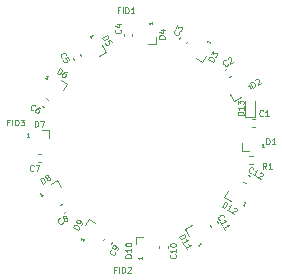
<source format=gto>
G04 #@! TF.GenerationSoftware,KiCad,Pcbnew,7.0.9-7.0.9~ubuntu23.04.1*
G04 #@! TF.CreationDate,2024-01-08T21:35:08+00:00*
G04 #@! TF.ProjectId,pedalboard-led-ring,70656461-6c62-46f6-9172-642d6c65642d,1.1.0-RC1*
G04 #@! TF.SameCoordinates,Original*
G04 #@! TF.FileFunction,Legend,Top*
G04 #@! TF.FilePolarity,Positive*
%FSLAX46Y46*%
G04 Gerber Fmt 4.6, Leading zero omitted, Abs format (unit mm)*
G04 Created by KiCad (PCBNEW 7.0.9-7.0.9~ubuntu23.04.1) date 2024-01-08 21:35:08*
%MOMM*%
%LPD*%
G01*
G04 APERTURE LIST*
%ADD10C,0.100000*%
%ADD11C,0.075000*%
%ADD12C,0.120000*%
%ADD13C,1.000000*%
%ADD14R,0.500000X0.500000*%
G04 APERTURE END LIST*
D10*
X77504286Y-70934204D02*
X77337619Y-70934204D01*
X77337619Y-71196109D02*
X77337619Y-70696109D01*
X77337619Y-70696109D02*
X77575714Y-70696109D01*
X77766190Y-71196109D02*
X77766190Y-70696109D01*
X78004285Y-71196109D02*
X78004285Y-70696109D01*
X78004285Y-70696109D02*
X78123333Y-70696109D01*
X78123333Y-70696109D02*
X78194761Y-70719919D01*
X78194761Y-70719919D02*
X78242380Y-70767538D01*
X78242380Y-70767538D02*
X78266190Y-70815157D01*
X78266190Y-70815157D02*
X78289999Y-70910395D01*
X78289999Y-70910395D02*
X78289999Y-70981823D01*
X78289999Y-70981823D02*
X78266190Y-71077061D01*
X78266190Y-71077061D02*
X78242380Y-71124680D01*
X78242380Y-71124680D02*
X78194761Y-71172300D01*
X78194761Y-71172300D02*
X78123333Y-71196109D01*
X78123333Y-71196109D02*
X78004285Y-71196109D01*
X78480476Y-70743728D02*
X78504285Y-70719919D01*
X78504285Y-70719919D02*
X78551904Y-70696109D01*
X78551904Y-70696109D02*
X78670952Y-70696109D01*
X78670952Y-70696109D02*
X78718571Y-70719919D01*
X78718571Y-70719919D02*
X78742380Y-70743728D01*
X78742380Y-70743728D02*
X78766190Y-70791347D01*
X78766190Y-70791347D02*
X78766190Y-70838966D01*
X78766190Y-70838966D02*
X78742380Y-70910395D01*
X78742380Y-70910395D02*
X78456666Y-71196109D01*
X78456666Y-71196109D02*
X78766190Y-71196109D01*
X82850612Y-68145712D02*
X83283624Y-67895712D01*
X83283624Y-67895712D02*
X83343148Y-67998810D01*
X83343148Y-67998810D02*
X83358243Y-68072574D01*
X83358243Y-68072574D02*
X83340813Y-68137622D01*
X83340813Y-68137622D02*
X83311479Y-68182052D01*
X83311479Y-68182052D02*
X83240905Y-68250290D01*
X83240905Y-68250290D02*
X83179046Y-68286005D01*
X83179046Y-68286005D02*
X83084662Y-68313004D01*
X83084662Y-68313004D02*
X83031518Y-68316194D01*
X83031518Y-68316194D02*
X82966469Y-68298764D01*
X82966469Y-68298764D02*
X82910136Y-68248810D01*
X82910136Y-68248810D02*
X82850612Y-68145712D01*
X83231564Y-68805540D02*
X83088707Y-68558105D01*
X83160136Y-68681823D02*
X83593148Y-68431823D01*
X83593148Y-68431823D02*
X83507480Y-68426297D01*
X83507480Y-68426297D02*
X83442431Y-68408868D01*
X83442431Y-68408868D02*
X83398002Y-68379533D01*
X83469659Y-69217933D02*
X83326802Y-68970497D01*
X83398231Y-69094215D02*
X83831243Y-68844215D01*
X83831243Y-68844215D02*
X83745575Y-68838690D01*
X83745575Y-68838690D02*
X83680526Y-68821260D01*
X83680526Y-68821260D02*
X83636097Y-68791926D01*
D11*
X84498831Y-68961975D02*
X84413117Y-68813514D01*
X84455974Y-68887744D02*
X84715782Y-68737744D01*
X84715782Y-68737744D02*
X84664381Y-68734429D01*
X84664381Y-68734429D02*
X84625351Y-68723972D01*
X84625351Y-68723972D02*
X84598694Y-68706371D01*
D10*
X77858490Y-50603333D02*
X77882300Y-50627142D01*
X77882300Y-50627142D02*
X77906109Y-50698571D01*
X77906109Y-50698571D02*
X77906109Y-50746190D01*
X77906109Y-50746190D02*
X77882300Y-50817618D01*
X77882300Y-50817618D02*
X77834680Y-50865237D01*
X77834680Y-50865237D02*
X77787061Y-50889047D01*
X77787061Y-50889047D02*
X77691823Y-50912856D01*
X77691823Y-50912856D02*
X77620395Y-50912856D01*
X77620395Y-50912856D02*
X77525157Y-50889047D01*
X77525157Y-50889047D02*
X77477538Y-50865237D01*
X77477538Y-50865237D02*
X77429919Y-50817618D01*
X77429919Y-50817618D02*
X77406109Y-50746190D01*
X77406109Y-50746190D02*
X77406109Y-50698571D01*
X77406109Y-50698571D02*
X77429919Y-50627142D01*
X77429919Y-50627142D02*
X77453728Y-50603333D01*
X77572776Y-50174761D02*
X77906109Y-50174761D01*
X77382300Y-50293809D02*
X77739442Y-50412856D01*
X77739442Y-50412856D02*
X77739442Y-50103333D01*
X72933756Y-52987076D02*
X72901231Y-52978361D01*
X72901231Y-52978361D02*
X72844897Y-52928407D01*
X72844897Y-52928407D02*
X72821088Y-52887168D01*
X72821088Y-52887168D02*
X72805993Y-52813404D01*
X72805993Y-52813404D02*
X72823423Y-52748355D01*
X72823423Y-52748355D02*
X72852757Y-52703926D01*
X72852757Y-52703926D02*
X72923331Y-52635687D01*
X72923331Y-52635687D02*
X72985190Y-52599973D01*
X72985190Y-52599973D02*
X73079574Y-52572974D01*
X73079574Y-52572974D02*
X73132718Y-52569784D01*
X73132718Y-52569784D02*
X73197767Y-52587214D01*
X73197767Y-52587214D02*
X73254100Y-52637168D01*
X73254100Y-52637168D02*
X73277910Y-52678407D01*
X73277910Y-52678407D02*
X73293005Y-52752171D01*
X73293005Y-52752171D02*
X73284290Y-52784695D01*
X73551720Y-53152659D02*
X73432672Y-52946463D01*
X73432672Y-52946463D02*
X73214571Y-53044891D01*
X73214571Y-53044891D02*
X73247095Y-53053605D01*
X73247095Y-53053605D02*
X73291524Y-53082940D01*
X73291524Y-53082940D02*
X73351048Y-53186038D01*
X73351048Y-53186038D02*
X73354238Y-53239182D01*
X73354238Y-53239182D02*
X73345523Y-53271707D01*
X73345523Y-53271707D02*
X73316188Y-53316136D01*
X73316188Y-53316136D02*
X73213090Y-53375660D01*
X73213090Y-53375660D02*
X73159946Y-53378850D01*
X73159946Y-53378850D02*
X73127422Y-53370135D01*
X73127422Y-53370135D02*
X73082993Y-53340800D01*
X73082993Y-53340800D02*
X73023469Y-53237702D01*
X73023469Y-53237702D02*
X73020279Y-53184558D01*
X73020279Y-53184558D02*
X73028994Y-53152033D01*
X90220952Y-60326109D02*
X90220952Y-59826109D01*
X90220952Y-59826109D02*
X90340000Y-59826109D01*
X90340000Y-59826109D02*
X90411428Y-59849919D01*
X90411428Y-59849919D02*
X90459047Y-59897538D01*
X90459047Y-59897538D02*
X90482857Y-59945157D01*
X90482857Y-59945157D02*
X90506666Y-60040395D01*
X90506666Y-60040395D02*
X90506666Y-60111823D01*
X90506666Y-60111823D02*
X90482857Y-60207061D01*
X90482857Y-60207061D02*
X90459047Y-60254680D01*
X90459047Y-60254680D02*
X90411428Y-60302300D01*
X90411428Y-60302300D02*
X90340000Y-60326109D01*
X90340000Y-60326109D02*
X90220952Y-60326109D01*
X90982857Y-60326109D02*
X90697143Y-60326109D01*
X90840000Y-60326109D02*
X90840000Y-59826109D01*
X90840000Y-59826109D02*
X90792381Y-59897538D01*
X90792381Y-59897538D02*
X90744762Y-59945157D01*
X90744762Y-59945157D02*
X90697143Y-59968966D01*
D11*
X90010714Y-60584885D02*
X89839285Y-60584885D01*
X89925000Y-60584885D02*
X89925000Y-60284885D01*
X89925000Y-60284885D02*
X89896428Y-60327742D01*
X89896428Y-60327742D02*
X89867857Y-60356314D01*
X89867857Y-60356314D02*
X89839285Y-60370600D01*
D10*
X81626109Y-51369047D02*
X81126109Y-51369047D01*
X81126109Y-51369047D02*
X81126109Y-51249999D01*
X81126109Y-51249999D02*
X81149919Y-51178571D01*
X81149919Y-51178571D02*
X81197538Y-51130952D01*
X81197538Y-51130952D02*
X81245157Y-51107142D01*
X81245157Y-51107142D02*
X81340395Y-51083333D01*
X81340395Y-51083333D02*
X81411823Y-51083333D01*
X81411823Y-51083333D02*
X81507061Y-51107142D01*
X81507061Y-51107142D02*
X81554680Y-51130952D01*
X81554680Y-51130952D02*
X81602300Y-51178571D01*
X81602300Y-51178571D02*
X81626109Y-51249999D01*
X81626109Y-51249999D02*
X81626109Y-51369047D01*
X81292776Y-50654761D02*
X81626109Y-50654761D01*
X81102300Y-50773809D02*
X81459442Y-50892856D01*
X81459442Y-50892856D02*
X81459442Y-50583333D01*
D11*
X80584885Y-49989285D02*
X80584885Y-50160714D01*
X80584885Y-50074999D02*
X80284885Y-50074999D01*
X80284885Y-50074999D02*
X80327742Y-50103571D01*
X80327742Y-50103571D02*
X80356314Y-50132142D01*
X80356314Y-50132142D02*
X80370600Y-50160714D01*
D10*
X86455373Y-65604681D02*
X86705373Y-65171668D01*
X86705373Y-65171668D02*
X86808471Y-65231192D01*
X86808471Y-65231192D02*
X86858425Y-65287526D01*
X86858425Y-65287526D02*
X86875855Y-65352575D01*
X86875855Y-65352575D02*
X86872665Y-65405719D01*
X86872665Y-65405719D02*
X86845666Y-65500102D01*
X86845666Y-65500102D02*
X86809952Y-65561961D01*
X86809952Y-65561961D02*
X86741713Y-65632535D01*
X86741713Y-65632535D02*
X86697284Y-65661870D01*
X86697284Y-65661870D02*
X86632235Y-65679299D01*
X86632235Y-65679299D02*
X86558471Y-65664205D01*
X86558471Y-65664205D02*
X86455373Y-65604681D01*
X87115202Y-65985633D02*
X86867766Y-65842776D01*
X86991484Y-65914205D02*
X87241484Y-65481192D01*
X87241484Y-65481192D02*
X87164530Y-65519241D01*
X87164530Y-65519241D02*
X87099482Y-65536671D01*
X87099482Y-65536671D02*
X87046337Y-65533481D01*
X87506349Y-65689098D02*
X87538874Y-65680383D01*
X87538874Y-65680383D02*
X87592018Y-65683573D01*
X87592018Y-65683573D02*
X87695116Y-65743097D01*
X87695116Y-65743097D02*
X87724450Y-65787526D01*
X87724450Y-65787526D02*
X87733165Y-65820050D01*
X87733165Y-65820050D02*
X87729975Y-65873194D01*
X87729975Y-65873194D02*
X87706166Y-65914433D01*
X87706166Y-65914433D02*
X87649832Y-65964388D01*
X87649832Y-65964388D02*
X87259539Y-66068966D01*
X87259539Y-66068966D02*
X87527595Y-66223728D01*
D11*
X88377090Y-65511882D02*
X88228628Y-65426168D01*
X88302859Y-65469025D02*
X88452859Y-65209217D01*
X88452859Y-65209217D02*
X88406687Y-65232047D01*
X88406687Y-65232047D02*
X88367657Y-65242505D01*
X88367657Y-65242505D02*
X88335771Y-65240591D01*
D10*
X71299221Y-63667904D02*
X71049221Y-63234891D01*
X71049221Y-63234891D02*
X71152319Y-63175367D01*
X71152319Y-63175367D02*
X71226083Y-63160273D01*
X71226083Y-63160273D02*
X71291132Y-63177702D01*
X71291132Y-63177702D02*
X71335561Y-63207037D01*
X71335561Y-63207037D02*
X71403800Y-63277611D01*
X71403800Y-63277611D02*
X71439514Y-63339470D01*
X71439514Y-63339470D02*
X71466513Y-63433853D01*
X71466513Y-63433853D02*
X71469703Y-63486997D01*
X71469703Y-63486997D02*
X71452273Y-63552046D01*
X71452273Y-63552046D02*
X71402319Y-63608380D01*
X71402319Y-63608380D02*
X71299221Y-63667904D01*
X71651235Y-63134754D02*
X71598091Y-63137944D01*
X71598091Y-63137944D02*
X71565567Y-63129229D01*
X71565567Y-63129229D02*
X71521138Y-63099894D01*
X71521138Y-63099894D02*
X71509233Y-63079274D01*
X71509233Y-63079274D02*
X71506043Y-63026130D01*
X71506043Y-63026130D02*
X71514758Y-62993606D01*
X71514758Y-62993606D02*
X71544093Y-62949177D01*
X71544093Y-62949177D02*
X71626571Y-62901558D01*
X71626571Y-62901558D02*
X71679715Y-62898368D01*
X71679715Y-62898368D02*
X71712240Y-62907083D01*
X71712240Y-62907083D02*
X71756669Y-62936417D01*
X71756669Y-62936417D02*
X71768574Y-62957037D01*
X71768574Y-62957037D02*
X71771763Y-63010181D01*
X71771763Y-63010181D02*
X71763049Y-63042705D01*
X71763049Y-63042705D02*
X71733714Y-63087135D01*
X71733714Y-63087135D02*
X71651235Y-63134754D01*
X71651235Y-63134754D02*
X71621901Y-63179183D01*
X71621901Y-63179183D02*
X71613186Y-63211707D01*
X71613186Y-63211707D02*
X71616376Y-63264851D01*
X71616376Y-63264851D02*
X71663995Y-63347330D01*
X71663995Y-63347330D02*
X71708424Y-63376664D01*
X71708424Y-63376664D02*
X71740948Y-63385379D01*
X71740948Y-63385379D02*
X71794093Y-63382189D01*
X71794093Y-63382189D02*
X71876571Y-63334570D01*
X71876571Y-63334570D02*
X71905906Y-63290141D01*
X71905906Y-63290141D02*
X71914621Y-63257617D01*
X71914621Y-63257617D02*
X71911431Y-63204473D01*
X71911431Y-63204473D02*
X71863812Y-63121994D01*
X71863812Y-63121994D02*
X71819382Y-63092660D01*
X71819382Y-63092660D02*
X71786858Y-63083945D01*
X71786858Y-63083945D02*
X71733714Y-63087135D01*
D11*
X71321371Y-64646746D02*
X71172910Y-64732460D01*
X71247140Y-64689603D02*
X71097140Y-64429795D01*
X71097140Y-64429795D02*
X71093825Y-64481196D01*
X71093825Y-64481196D02*
X71083368Y-64520226D01*
X71083368Y-64520226D02*
X71065767Y-64546883D01*
D10*
X78786109Y-69907142D02*
X78286109Y-69907142D01*
X78286109Y-69907142D02*
X78286109Y-69788094D01*
X78286109Y-69788094D02*
X78309919Y-69716666D01*
X78309919Y-69716666D02*
X78357538Y-69669047D01*
X78357538Y-69669047D02*
X78405157Y-69645237D01*
X78405157Y-69645237D02*
X78500395Y-69621428D01*
X78500395Y-69621428D02*
X78571823Y-69621428D01*
X78571823Y-69621428D02*
X78667061Y-69645237D01*
X78667061Y-69645237D02*
X78714680Y-69669047D01*
X78714680Y-69669047D02*
X78762300Y-69716666D01*
X78762300Y-69716666D02*
X78786109Y-69788094D01*
X78786109Y-69788094D02*
X78786109Y-69907142D01*
X78786109Y-69145237D02*
X78786109Y-69430951D01*
X78786109Y-69288094D02*
X78286109Y-69288094D01*
X78286109Y-69288094D02*
X78357538Y-69335713D01*
X78357538Y-69335713D02*
X78405157Y-69383332D01*
X78405157Y-69383332D02*
X78428966Y-69430951D01*
X78286109Y-68835714D02*
X78286109Y-68788095D01*
X78286109Y-68788095D02*
X78309919Y-68740476D01*
X78309919Y-68740476D02*
X78333728Y-68716666D01*
X78333728Y-68716666D02*
X78381347Y-68692857D01*
X78381347Y-68692857D02*
X78476585Y-68669047D01*
X78476585Y-68669047D02*
X78595633Y-68669047D01*
X78595633Y-68669047D02*
X78690871Y-68692857D01*
X78690871Y-68692857D02*
X78738490Y-68716666D01*
X78738490Y-68716666D02*
X78762300Y-68740476D01*
X78762300Y-68740476D02*
X78786109Y-68788095D01*
X78786109Y-68788095D02*
X78786109Y-68835714D01*
X78786109Y-68835714D02*
X78762300Y-68883333D01*
X78762300Y-68883333D02*
X78738490Y-68907142D01*
X78738490Y-68907142D02*
X78690871Y-68930952D01*
X78690871Y-68930952D02*
X78595633Y-68954761D01*
X78595633Y-68954761D02*
X78476585Y-68954761D01*
X78476585Y-68954761D02*
X78381347Y-68930952D01*
X78381347Y-68930952D02*
X78333728Y-68907142D01*
X78333728Y-68907142D02*
X78309919Y-68883333D01*
X78309919Y-68883333D02*
X78286109Y-68835714D01*
D11*
X79684885Y-69839285D02*
X79684885Y-70010714D01*
X79684885Y-69924999D02*
X79384885Y-69924999D01*
X79384885Y-69924999D02*
X79427742Y-69953571D01*
X79427742Y-69953571D02*
X79456314Y-69982142D01*
X79456314Y-69982142D02*
X79470600Y-70010714D01*
D10*
X70630952Y-58826109D02*
X70630952Y-58326109D01*
X70630952Y-58326109D02*
X70750000Y-58326109D01*
X70750000Y-58326109D02*
X70821428Y-58349919D01*
X70821428Y-58349919D02*
X70869047Y-58397538D01*
X70869047Y-58397538D02*
X70892857Y-58445157D01*
X70892857Y-58445157D02*
X70916666Y-58540395D01*
X70916666Y-58540395D02*
X70916666Y-58611823D01*
X70916666Y-58611823D02*
X70892857Y-58707061D01*
X70892857Y-58707061D02*
X70869047Y-58754680D01*
X70869047Y-58754680D02*
X70821428Y-58802300D01*
X70821428Y-58802300D02*
X70750000Y-58826109D01*
X70750000Y-58826109D02*
X70630952Y-58826109D01*
X71083333Y-58326109D02*
X71416666Y-58326109D01*
X71416666Y-58326109D02*
X71202381Y-58826109D01*
D11*
X70160714Y-59684885D02*
X69989285Y-59684885D01*
X70075000Y-59684885D02*
X70075000Y-59384885D01*
X70075000Y-59384885D02*
X70046428Y-59427742D01*
X70046428Y-59427742D02*
X70017857Y-59456314D01*
X70017857Y-59456314D02*
X69989285Y-59470600D01*
D10*
X72473111Y-54298856D02*
X72723111Y-53865844D01*
X72723111Y-53865844D02*
X72826210Y-53925368D01*
X72826210Y-53925368D02*
X72876164Y-53981701D01*
X72876164Y-53981701D02*
X72893594Y-54046750D01*
X72893594Y-54046750D02*
X72890404Y-54099894D01*
X72890404Y-54099894D02*
X72863404Y-54194278D01*
X72863404Y-54194278D02*
X72827690Y-54256137D01*
X72827690Y-54256137D02*
X72759451Y-54326711D01*
X72759451Y-54326711D02*
X72715022Y-54356045D01*
X72715022Y-54356045D02*
X72649973Y-54373475D01*
X72649973Y-54373475D02*
X72576210Y-54358380D01*
X72576210Y-54358380D02*
X72473111Y-54298856D01*
X73341701Y-54222987D02*
X73259222Y-54175368D01*
X73259222Y-54175368D02*
X73206078Y-54172178D01*
X73206078Y-54172178D02*
X73173554Y-54180893D01*
X73173554Y-54180893D02*
X73096600Y-54218942D01*
X73096600Y-54218942D02*
X73028362Y-54289516D01*
X73028362Y-54289516D02*
X72933123Y-54454473D01*
X72933123Y-54454473D02*
X72929934Y-54507617D01*
X72929934Y-54507617D02*
X72938648Y-54540142D01*
X72938648Y-54540142D02*
X72967983Y-54584571D01*
X72967983Y-54584571D02*
X73050462Y-54632190D01*
X73050462Y-54632190D02*
X73103606Y-54635380D01*
X73103606Y-54635380D02*
X73136130Y-54626665D01*
X73136130Y-54626665D02*
X73180559Y-54597330D01*
X73180559Y-54597330D02*
X73240083Y-54494232D01*
X73240083Y-54494232D02*
X73243273Y-54441088D01*
X73243273Y-54441088D02*
X73234558Y-54408563D01*
X73234558Y-54408563D02*
X73205224Y-54364134D01*
X73205224Y-54364134D02*
X73122745Y-54316515D01*
X73122745Y-54316515D02*
X73069601Y-54313325D01*
X73069601Y-54313325D02*
X73037076Y-54322040D01*
X73037076Y-54322040D02*
X72992647Y-54351375D01*
D11*
X71636486Y-54807460D02*
X71488024Y-54721746D01*
X71562255Y-54764603D02*
X71712255Y-54504795D01*
X71712255Y-54504795D02*
X71666083Y-54527625D01*
X71666083Y-54527625D02*
X71627053Y-54538083D01*
X71627053Y-54538083D02*
X71595167Y-54536169D01*
D10*
X77794286Y-48964204D02*
X77627619Y-48964204D01*
X77627619Y-49226109D02*
X77627619Y-48726109D01*
X77627619Y-48726109D02*
X77865714Y-48726109D01*
X78056190Y-49226109D02*
X78056190Y-48726109D01*
X78294285Y-49226109D02*
X78294285Y-48726109D01*
X78294285Y-48726109D02*
X78413333Y-48726109D01*
X78413333Y-48726109D02*
X78484761Y-48749919D01*
X78484761Y-48749919D02*
X78532380Y-48797538D01*
X78532380Y-48797538D02*
X78556190Y-48845157D01*
X78556190Y-48845157D02*
X78579999Y-48940395D01*
X78579999Y-48940395D02*
X78579999Y-49011823D01*
X78579999Y-49011823D02*
X78556190Y-49107061D01*
X78556190Y-49107061D02*
X78532380Y-49154680D01*
X78532380Y-49154680D02*
X78484761Y-49202300D01*
X78484761Y-49202300D02*
X78413333Y-49226109D01*
X78413333Y-49226109D02*
X78294285Y-49226109D01*
X79056190Y-49226109D02*
X78770476Y-49226109D01*
X78913333Y-49226109D02*
X78913333Y-48726109D01*
X78913333Y-48726109D02*
X78865714Y-48797538D01*
X78865714Y-48797538D02*
X78818095Y-48845157D01*
X78818095Y-48845157D02*
X78770476Y-48868966D01*
X70516666Y-62528490D02*
X70492857Y-62552300D01*
X70492857Y-62552300D02*
X70421428Y-62576109D01*
X70421428Y-62576109D02*
X70373809Y-62576109D01*
X70373809Y-62576109D02*
X70302381Y-62552300D01*
X70302381Y-62552300D02*
X70254762Y-62504680D01*
X70254762Y-62504680D02*
X70230952Y-62457061D01*
X70230952Y-62457061D02*
X70207143Y-62361823D01*
X70207143Y-62361823D02*
X70207143Y-62290395D01*
X70207143Y-62290395D02*
X70230952Y-62195157D01*
X70230952Y-62195157D02*
X70254762Y-62147538D01*
X70254762Y-62147538D02*
X70302381Y-62099919D01*
X70302381Y-62099919D02*
X70373809Y-62076109D01*
X70373809Y-62076109D02*
X70421428Y-62076109D01*
X70421428Y-62076109D02*
X70492857Y-62099919D01*
X70492857Y-62099919D02*
X70516666Y-62123728D01*
X70683333Y-62076109D02*
X71016666Y-62076109D01*
X71016666Y-62076109D02*
X70802381Y-62576109D01*
X88296109Y-57857142D02*
X87796109Y-57857142D01*
X87796109Y-57857142D02*
X87796109Y-57738094D01*
X87796109Y-57738094D02*
X87819919Y-57666666D01*
X87819919Y-57666666D02*
X87867538Y-57619047D01*
X87867538Y-57619047D02*
X87915157Y-57595237D01*
X87915157Y-57595237D02*
X88010395Y-57571428D01*
X88010395Y-57571428D02*
X88081823Y-57571428D01*
X88081823Y-57571428D02*
X88177061Y-57595237D01*
X88177061Y-57595237D02*
X88224680Y-57619047D01*
X88224680Y-57619047D02*
X88272300Y-57666666D01*
X88272300Y-57666666D02*
X88296109Y-57738094D01*
X88296109Y-57738094D02*
X88296109Y-57857142D01*
X88296109Y-57095237D02*
X88296109Y-57380951D01*
X88296109Y-57238094D02*
X87796109Y-57238094D01*
X87796109Y-57238094D02*
X87867538Y-57285713D01*
X87867538Y-57285713D02*
X87915157Y-57333332D01*
X87915157Y-57333332D02*
X87938966Y-57380951D01*
X87796109Y-56928571D02*
X87796109Y-56619047D01*
X87796109Y-56619047D02*
X87986585Y-56785714D01*
X87986585Y-56785714D02*
X87986585Y-56714285D01*
X87986585Y-56714285D02*
X88010395Y-56666666D01*
X88010395Y-56666666D02*
X88034204Y-56642857D01*
X88034204Y-56642857D02*
X88081823Y-56619047D01*
X88081823Y-56619047D02*
X88200871Y-56619047D01*
X88200871Y-56619047D02*
X88248490Y-56642857D01*
X88248490Y-56642857D02*
X88272300Y-56666666D01*
X88272300Y-56666666D02*
X88296109Y-56714285D01*
X88296109Y-56714285D02*
X88296109Y-56857142D01*
X88296109Y-56857142D02*
X88272300Y-56904761D01*
X88272300Y-56904761D02*
X88248490Y-56928571D01*
X72997075Y-66936243D02*
X72988360Y-66968768D01*
X72988360Y-66968768D02*
X72938406Y-67025102D01*
X72938406Y-67025102D02*
X72897167Y-67048911D01*
X72897167Y-67048911D02*
X72823403Y-67064006D01*
X72823403Y-67064006D02*
X72758354Y-67046576D01*
X72758354Y-67046576D02*
X72713925Y-67017242D01*
X72713925Y-67017242D02*
X72645686Y-66946668D01*
X72645686Y-66946668D02*
X72609972Y-66884809D01*
X72609972Y-66884809D02*
X72582973Y-66790425D01*
X72582973Y-66790425D02*
X72579783Y-66737281D01*
X72579783Y-66737281D02*
X72597213Y-66672232D01*
X72597213Y-66672232D02*
X72647167Y-66615899D01*
X72647167Y-66615899D02*
X72688406Y-66592089D01*
X72688406Y-66592089D02*
X72762170Y-66576994D01*
X72762170Y-66576994D02*
X72794694Y-66585709D01*
X73125463Y-66587190D02*
X73072319Y-66590380D01*
X73072319Y-66590380D02*
X73039795Y-66581665D01*
X73039795Y-66581665D02*
X72995366Y-66552330D01*
X72995366Y-66552330D02*
X72983461Y-66531710D01*
X72983461Y-66531710D02*
X72980271Y-66478566D01*
X72980271Y-66478566D02*
X72988986Y-66446042D01*
X72988986Y-66446042D02*
X73018321Y-66401613D01*
X73018321Y-66401613D02*
X73100799Y-66353994D01*
X73100799Y-66353994D02*
X73153943Y-66350804D01*
X73153943Y-66350804D02*
X73186468Y-66359519D01*
X73186468Y-66359519D02*
X73230897Y-66388853D01*
X73230897Y-66388853D02*
X73242802Y-66409473D01*
X73242802Y-66409473D02*
X73245991Y-66462617D01*
X73245991Y-66462617D02*
X73237277Y-66495141D01*
X73237277Y-66495141D02*
X73207942Y-66539571D01*
X73207942Y-66539571D02*
X73125463Y-66587190D01*
X73125463Y-66587190D02*
X73096129Y-66631619D01*
X73096129Y-66631619D02*
X73087414Y-66664143D01*
X73087414Y-66664143D02*
X73090604Y-66717287D01*
X73090604Y-66717287D02*
X73138223Y-66799766D01*
X73138223Y-66799766D02*
X73182652Y-66829100D01*
X73182652Y-66829100D02*
X73215176Y-66837815D01*
X73215176Y-66837815D02*
X73268321Y-66834625D01*
X73268321Y-66834625D02*
X73350799Y-66787006D01*
X73350799Y-66787006D02*
X73380134Y-66742577D01*
X73380134Y-66742577D02*
X73388849Y-66710053D01*
X73388849Y-66710053D02*
X73385659Y-66656909D01*
X73385659Y-66656909D02*
X73338040Y-66574430D01*
X73338040Y-66574430D02*
X73293610Y-66545096D01*
X73293610Y-66545096D02*
X73261086Y-66536381D01*
X73261086Y-66536381D02*
X73207942Y-66539571D01*
X77432910Y-69461413D02*
X77441625Y-69493938D01*
X77441625Y-69493938D02*
X77426530Y-69567701D01*
X77426530Y-69567701D02*
X77402721Y-69608941D01*
X77402721Y-69608941D02*
X77346387Y-69658895D01*
X77346387Y-69658895D02*
X77281338Y-69676325D01*
X77281338Y-69676325D02*
X77228194Y-69673135D01*
X77228194Y-69673135D02*
X77133811Y-69646135D01*
X77133811Y-69646135D02*
X77071952Y-69610421D01*
X77071952Y-69610421D02*
X77001378Y-69542182D01*
X77001378Y-69542182D02*
X76972043Y-69497753D01*
X76972043Y-69497753D02*
X76954614Y-69432704D01*
X76954614Y-69432704D02*
X76969708Y-69358941D01*
X76969708Y-69358941D02*
X76993518Y-69317701D01*
X76993518Y-69317701D02*
X77049852Y-69267747D01*
X77049852Y-69267747D02*
X77082376Y-69259032D01*
X77593197Y-69279026D02*
X77640816Y-69196548D01*
X77640816Y-69196548D02*
X77644006Y-69143404D01*
X77644006Y-69143404D02*
X77635291Y-69110879D01*
X77635291Y-69110879D02*
X77597242Y-69033926D01*
X77597242Y-69033926D02*
X77526668Y-68965687D01*
X77526668Y-68965687D02*
X77361711Y-68870449D01*
X77361711Y-68870449D02*
X77308567Y-68867259D01*
X77308567Y-68867259D02*
X77276042Y-68875974D01*
X77276042Y-68875974D02*
X77231613Y-68905308D01*
X77231613Y-68905308D02*
X77183994Y-68987787D01*
X77183994Y-68987787D02*
X77180804Y-69040931D01*
X77180804Y-69040931D02*
X77189519Y-69073455D01*
X77189519Y-69073455D02*
X77218854Y-69117885D01*
X77218854Y-69117885D02*
X77321952Y-69177408D01*
X77321952Y-69177408D02*
X77375096Y-69180598D01*
X77375096Y-69180598D02*
X77407620Y-69171883D01*
X77407620Y-69171883D02*
X77452049Y-69142549D01*
X77452049Y-69142549D02*
X77499669Y-69060070D01*
X77499669Y-69060070D02*
X77502858Y-69006926D01*
X77502858Y-69006926D02*
X77494143Y-68974402D01*
X77494143Y-68974402D02*
X77464809Y-68929973D01*
X86284708Y-66720880D02*
X86252184Y-66712165D01*
X86252184Y-66712165D02*
X86195850Y-66662211D01*
X86195850Y-66662211D02*
X86172040Y-66620971D01*
X86172040Y-66620971D02*
X86156946Y-66547208D01*
X86156946Y-66547208D02*
X86174375Y-66482159D01*
X86174375Y-66482159D02*
X86203710Y-66437730D01*
X86203710Y-66437730D02*
X86274284Y-66369491D01*
X86274284Y-66369491D02*
X86336143Y-66333777D01*
X86336143Y-66333777D02*
X86430526Y-66306777D01*
X86430526Y-66306777D02*
X86483670Y-66303587D01*
X86483670Y-66303587D02*
X86548719Y-66321017D01*
X86548719Y-66321017D02*
X86605053Y-66370971D01*
X86605053Y-66370971D02*
X86628863Y-66412211D01*
X86628863Y-66412211D02*
X86643957Y-66485974D01*
X86643957Y-66485974D02*
X86635242Y-66518499D01*
X86481564Y-67157082D02*
X86338707Y-66909647D01*
X86410136Y-67033365D02*
X86843148Y-66783365D01*
X86843148Y-66783365D02*
X86757480Y-66777839D01*
X86757480Y-66777839D02*
X86692431Y-66760410D01*
X86692431Y-66760410D02*
X86648002Y-66731075D01*
X86719659Y-67569475D02*
X86576802Y-67322039D01*
X86648231Y-67445757D02*
X87081243Y-67195757D01*
X87081243Y-67195757D02*
X86995575Y-67190232D01*
X86995575Y-67190232D02*
X86930526Y-67172802D01*
X86930526Y-67172802D02*
X86886097Y-67143468D01*
X70478586Y-57432910D02*
X70446061Y-57441625D01*
X70446061Y-57441625D02*
X70372298Y-57426530D01*
X70372298Y-57426530D02*
X70331058Y-57402721D01*
X70331058Y-57402721D02*
X70281104Y-57346387D01*
X70281104Y-57346387D02*
X70263674Y-57281338D01*
X70263674Y-57281338D02*
X70266864Y-57228194D01*
X70266864Y-57228194D02*
X70293864Y-57133811D01*
X70293864Y-57133811D02*
X70329578Y-57071952D01*
X70329578Y-57071952D02*
X70397817Y-57001378D01*
X70397817Y-57001378D02*
X70442246Y-56972043D01*
X70442246Y-56972043D02*
X70507295Y-56954614D01*
X70507295Y-56954614D02*
X70581058Y-56969708D01*
X70581058Y-56969708D02*
X70622298Y-56993518D01*
X70622298Y-56993518D02*
X70672252Y-57049852D01*
X70672252Y-57049852D02*
X70680967Y-57082376D01*
X71075930Y-57255423D02*
X70993451Y-57207804D01*
X70993451Y-57207804D02*
X70940307Y-57204614D01*
X70940307Y-57204614D02*
X70907783Y-57213329D01*
X70907783Y-57213329D02*
X70830829Y-57251378D01*
X70830829Y-57251378D02*
X70762591Y-57321952D01*
X70762591Y-57321952D02*
X70667352Y-57486909D01*
X70667352Y-57486909D02*
X70664163Y-57540053D01*
X70664163Y-57540053D02*
X70672877Y-57572578D01*
X70672877Y-57572578D02*
X70702212Y-57617007D01*
X70702212Y-57617007D02*
X70784691Y-57664626D01*
X70784691Y-57664626D02*
X70837835Y-57667816D01*
X70837835Y-57667816D02*
X70870359Y-57659101D01*
X70870359Y-57659101D02*
X70914788Y-57629766D01*
X70914788Y-57629766D02*
X70974312Y-57526668D01*
X70974312Y-57526668D02*
X70977502Y-57473524D01*
X70977502Y-57473524D02*
X70968787Y-57440999D01*
X70968787Y-57440999D02*
X70939453Y-57396570D01*
X70939453Y-57396570D02*
X70856974Y-57348951D01*
X70856974Y-57348951D02*
X70803830Y-57345761D01*
X70803830Y-57345761D02*
X70771305Y-57354476D01*
X70771305Y-57354476D02*
X70726876Y-57383811D01*
X82518490Y-69651428D02*
X82542300Y-69675237D01*
X82542300Y-69675237D02*
X82566109Y-69746666D01*
X82566109Y-69746666D02*
X82566109Y-69794285D01*
X82566109Y-69794285D02*
X82542300Y-69865713D01*
X82542300Y-69865713D02*
X82494680Y-69913332D01*
X82494680Y-69913332D02*
X82447061Y-69937142D01*
X82447061Y-69937142D02*
X82351823Y-69960951D01*
X82351823Y-69960951D02*
X82280395Y-69960951D01*
X82280395Y-69960951D02*
X82185157Y-69937142D01*
X82185157Y-69937142D02*
X82137538Y-69913332D01*
X82137538Y-69913332D02*
X82089919Y-69865713D01*
X82089919Y-69865713D02*
X82066109Y-69794285D01*
X82066109Y-69794285D02*
X82066109Y-69746666D01*
X82066109Y-69746666D02*
X82089919Y-69675237D01*
X82089919Y-69675237D02*
X82113728Y-69651428D01*
X82566109Y-69175237D02*
X82566109Y-69460951D01*
X82566109Y-69318094D02*
X82066109Y-69318094D01*
X82066109Y-69318094D02*
X82137538Y-69365713D01*
X82137538Y-69365713D02*
X82185157Y-69413332D01*
X82185157Y-69413332D02*
X82208966Y-69460951D01*
X82066109Y-68865714D02*
X82066109Y-68818095D01*
X82066109Y-68818095D02*
X82089919Y-68770476D01*
X82089919Y-68770476D02*
X82113728Y-68746666D01*
X82113728Y-68746666D02*
X82161347Y-68722857D01*
X82161347Y-68722857D02*
X82256585Y-68699047D01*
X82256585Y-68699047D02*
X82375633Y-68699047D01*
X82375633Y-68699047D02*
X82470871Y-68722857D01*
X82470871Y-68722857D02*
X82518490Y-68746666D01*
X82518490Y-68746666D02*
X82542300Y-68770476D01*
X82542300Y-68770476D02*
X82566109Y-68818095D01*
X82566109Y-68818095D02*
X82566109Y-68865714D01*
X82566109Y-68865714D02*
X82542300Y-68913333D01*
X82542300Y-68913333D02*
X82518490Y-68937142D01*
X82518490Y-68937142D02*
X82470871Y-68960952D01*
X82470871Y-68960952D02*
X82375633Y-68984761D01*
X82375633Y-68984761D02*
X82256585Y-68984761D01*
X82256585Y-68984761D02*
X82161347Y-68960952D01*
X82161347Y-68960952D02*
X82113728Y-68937142D01*
X82113728Y-68937142D02*
X82089919Y-68913333D01*
X82089919Y-68913333D02*
X82066109Y-68865714D01*
X89093450Y-55530340D02*
X88843450Y-55097327D01*
X88843450Y-55097327D02*
X88946548Y-55037803D01*
X88946548Y-55037803D02*
X89020312Y-55022709D01*
X89020312Y-55022709D02*
X89085361Y-55040138D01*
X89085361Y-55040138D02*
X89129790Y-55069473D01*
X89129790Y-55069473D02*
X89198029Y-55140047D01*
X89198029Y-55140047D02*
X89233743Y-55201906D01*
X89233743Y-55201906D02*
X89260742Y-55296289D01*
X89260742Y-55296289D02*
X89263932Y-55349433D01*
X89263932Y-55349433D02*
X89246502Y-55414482D01*
X89246502Y-55414482D02*
X89196548Y-55470816D01*
X89196548Y-55470816D02*
X89093450Y-55530340D01*
X89279652Y-54900471D02*
X89288367Y-54867947D01*
X89288367Y-54867947D02*
X89317702Y-54823518D01*
X89317702Y-54823518D02*
X89420800Y-54763994D01*
X89420800Y-54763994D02*
X89473944Y-54760804D01*
X89473944Y-54760804D02*
X89506469Y-54769519D01*
X89506469Y-54769519D02*
X89550898Y-54798853D01*
X89550898Y-54798853D02*
X89574707Y-54840093D01*
X89574707Y-54840093D02*
X89589802Y-54913856D01*
X89589802Y-54913856D02*
X89485223Y-55304149D01*
X89485223Y-55304149D02*
X89753279Y-55149387D01*
D11*
X88961975Y-55501168D02*
X88813514Y-55586882D01*
X88887744Y-55544025D02*
X88737744Y-55284217D01*
X88737744Y-55284217D02*
X88734429Y-55335618D01*
X88734429Y-55335618D02*
X88723972Y-55374648D01*
X88723972Y-55374648D02*
X88706371Y-55401305D01*
D10*
X89946666Y-57888490D02*
X89922857Y-57912300D01*
X89922857Y-57912300D02*
X89851428Y-57936109D01*
X89851428Y-57936109D02*
X89803809Y-57936109D01*
X89803809Y-57936109D02*
X89732381Y-57912300D01*
X89732381Y-57912300D02*
X89684762Y-57864680D01*
X89684762Y-57864680D02*
X89660952Y-57817061D01*
X89660952Y-57817061D02*
X89637143Y-57721823D01*
X89637143Y-57721823D02*
X89637143Y-57650395D01*
X89637143Y-57650395D02*
X89660952Y-57555157D01*
X89660952Y-57555157D02*
X89684762Y-57507538D01*
X89684762Y-57507538D02*
X89732381Y-57459919D01*
X89732381Y-57459919D02*
X89803809Y-57436109D01*
X89803809Y-57436109D02*
X89851428Y-57436109D01*
X89851428Y-57436109D02*
X89922857Y-57459919D01*
X89922857Y-57459919D02*
X89946666Y-57483728D01*
X90422857Y-57936109D02*
X90137143Y-57936109D01*
X90280000Y-57936109D02*
X90280000Y-57436109D01*
X90280000Y-57436109D02*
X90232381Y-57507538D01*
X90232381Y-57507538D02*
X90184762Y-57555157D01*
X90184762Y-57555157D02*
X90137143Y-57578966D01*
X86987076Y-53546243D02*
X86978361Y-53578768D01*
X86978361Y-53578768D02*
X86928407Y-53635102D01*
X86928407Y-53635102D02*
X86887168Y-53658911D01*
X86887168Y-53658911D02*
X86813404Y-53674006D01*
X86813404Y-53674006D02*
X86748355Y-53656576D01*
X86748355Y-53656576D02*
X86703926Y-53627242D01*
X86703926Y-53627242D02*
X86635687Y-53556668D01*
X86635687Y-53556668D02*
X86599973Y-53494809D01*
X86599973Y-53494809D02*
X86572974Y-53400425D01*
X86572974Y-53400425D02*
X86569784Y-53347281D01*
X86569784Y-53347281D02*
X86587214Y-53282232D01*
X86587214Y-53282232D02*
X86637168Y-53225899D01*
X86637168Y-53225899D02*
X86678407Y-53202089D01*
X86678407Y-53202089D02*
X86752171Y-53186994D01*
X86752171Y-53186994D02*
X86784695Y-53195709D01*
X86949652Y-53100471D02*
X86958367Y-53067947D01*
X86958367Y-53067947D02*
X86987702Y-53023518D01*
X86987702Y-53023518D02*
X87090800Y-52963994D01*
X87090800Y-52963994D02*
X87143944Y-52960804D01*
X87143944Y-52960804D02*
X87176469Y-52969519D01*
X87176469Y-52969519D02*
X87220898Y-52998853D01*
X87220898Y-52998853D02*
X87244707Y-53040093D01*
X87244707Y-53040093D02*
X87259802Y-53113856D01*
X87259802Y-53113856D02*
X87155223Y-53504149D01*
X87155223Y-53504149D02*
X87423279Y-53349387D01*
X76332095Y-51299221D02*
X76765108Y-51049221D01*
X76765108Y-51049221D02*
X76824632Y-51152319D01*
X76824632Y-51152319D02*
X76839726Y-51226083D01*
X76839726Y-51226083D02*
X76822297Y-51291132D01*
X76822297Y-51291132D02*
X76792962Y-51335561D01*
X76792962Y-51335561D02*
X76722388Y-51403800D01*
X76722388Y-51403800D02*
X76660529Y-51439514D01*
X76660529Y-51439514D02*
X76566146Y-51466513D01*
X76566146Y-51466513D02*
X76513002Y-51469703D01*
X76513002Y-51469703D02*
X76447953Y-51452273D01*
X76447953Y-51452273D02*
X76391619Y-51402319D01*
X76391619Y-51402319D02*
X76332095Y-51299221D01*
X77134156Y-51688430D02*
X77015108Y-51482234D01*
X77015108Y-51482234D02*
X76797007Y-51580662D01*
X76797007Y-51580662D02*
X76829531Y-51589376D01*
X76829531Y-51589376D02*
X76873960Y-51618711D01*
X76873960Y-51618711D02*
X76933484Y-51721809D01*
X76933484Y-51721809D02*
X76936674Y-51774953D01*
X76936674Y-51774953D02*
X76927959Y-51807478D01*
X76927959Y-51807478D02*
X76898624Y-51851907D01*
X76898624Y-51851907D02*
X76795526Y-51911431D01*
X76795526Y-51911431D02*
X76742382Y-51914621D01*
X76742382Y-51914621D02*
X76709858Y-51905906D01*
X76709858Y-51905906D02*
X76665429Y-51876571D01*
X76665429Y-51876571D02*
X76605905Y-51773473D01*
X76605905Y-51773473D02*
X76602715Y-51720329D01*
X76602715Y-51720329D02*
X76611430Y-51687804D01*
D11*
X75353253Y-51321371D02*
X75267539Y-51172910D01*
X75310396Y-51247140D02*
X75570204Y-51097140D01*
X75570204Y-51097140D02*
X75518803Y-51093825D01*
X75518803Y-51093825D02*
X75479773Y-51083368D01*
X75479773Y-51083368D02*
X75453116Y-51065767D01*
D10*
X88932389Y-62733863D02*
X88899865Y-62742578D01*
X88899865Y-62742578D02*
X88826101Y-62727483D01*
X88826101Y-62727483D02*
X88784862Y-62703673D01*
X88784862Y-62703673D02*
X88734908Y-62647340D01*
X88734908Y-62647340D02*
X88717478Y-62582291D01*
X88717478Y-62582291D02*
X88720668Y-62529147D01*
X88720668Y-62529147D02*
X88747667Y-62434763D01*
X88747667Y-62434763D02*
X88783382Y-62372904D01*
X88783382Y-62372904D02*
X88851620Y-62302330D01*
X88851620Y-62302330D02*
X88896049Y-62272996D01*
X88896049Y-62272996D02*
X88961098Y-62255566D01*
X88961098Y-62255566D02*
X89034862Y-62270661D01*
X89034862Y-62270661D02*
X89076101Y-62294470D01*
X89076101Y-62294470D02*
X89126055Y-62350804D01*
X89126055Y-62350804D02*
X89134770Y-62383329D01*
X89320973Y-63013197D02*
X89073537Y-62870340D01*
X89197255Y-62941769D02*
X89447255Y-62508756D01*
X89447255Y-62508756D02*
X89370301Y-62546805D01*
X89370301Y-62546805D02*
X89305253Y-62564235D01*
X89305253Y-62564235D02*
X89252108Y-62561045D01*
X89712120Y-62716662D02*
X89744645Y-62707947D01*
X89744645Y-62707947D02*
X89797789Y-62711137D01*
X89797789Y-62711137D02*
X89900887Y-62770661D01*
X89900887Y-62770661D02*
X89930221Y-62815090D01*
X89930221Y-62815090D02*
X89938936Y-62847614D01*
X89938936Y-62847614D02*
X89935746Y-62900758D01*
X89935746Y-62900758D02*
X89911937Y-62941997D01*
X89911937Y-62941997D02*
X89855603Y-62991952D01*
X89855603Y-62991952D02*
X89465310Y-63096530D01*
X89465310Y-63096530D02*
X89733366Y-63251292D01*
X74298856Y-67572659D02*
X73865844Y-67322659D01*
X73865844Y-67322659D02*
X73925368Y-67219560D01*
X73925368Y-67219560D02*
X73981701Y-67169606D01*
X73981701Y-67169606D02*
X74046750Y-67152176D01*
X74046750Y-67152176D02*
X74099894Y-67155366D01*
X74099894Y-67155366D02*
X74194278Y-67182366D01*
X74194278Y-67182366D02*
X74256137Y-67218080D01*
X74256137Y-67218080D02*
X74326711Y-67286319D01*
X74326711Y-67286319D02*
X74356045Y-67330748D01*
X74356045Y-67330748D02*
X74373475Y-67395797D01*
X74373475Y-67395797D02*
X74358380Y-67469560D01*
X74358380Y-67469560D02*
X74298856Y-67572659D01*
X74560761Y-67119026D02*
X74608380Y-67036548D01*
X74608380Y-67036548D02*
X74611570Y-66983404D01*
X74611570Y-66983404D02*
X74602855Y-66950879D01*
X74602855Y-66950879D02*
X74564806Y-66873926D01*
X74564806Y-66873926D02*
X74494232Y-66805687D01*
X74494232Y-66805687D02*
X74329275Y-66710449D01*
X74329275Y-66710449D02*
X74276131Y-66707259D01*
X74276131Y-66707259D02*
X74243606Y-66715974D01*
X74243606Y-66715974D02*
X74199177Y-66745308D01*
X74199177Y-66745308D02*
X74151558Y-66827787D01*
X74151558Y-66827787D02*
X74148368Y-66880931D01*
X74148368Y-66880931D02*
X74157083Y-66913455D01*
X74157083Y-66913455D02*
X74186418Y-66957885D01*
X74186418Y-66957885D02*
X74289516Y-67017408D01*
X74289516Y-67017408D02*
X74342660Y-67020598D01*
X74342660Y-67020598D02*
X74375184Y-67011883D01*
X74375184Y-67011883D02*
X74419613Y-66982549D01*
X74419613Y-66982549D02*
X74467233Y-66900070D01*
X74467233Y-66900070D02*
X74470422Y-66846926D01*
X74470422Y-66846926D02*
X74461707Y-66814402D01*
X74461707Y-66814402D02*
X74432373Y-66769973D01*
D11*
X74807460Y-68363513D02*
X74721746Y-68511975D01*
X74764603Y-68437744D02*
X74504795Y-68287744D01*
X74504795Y-68287744D02*
X74527625Y-68333916D01*
X74527625Y-68333916D02*
X74538083Y-68372946D01*
X74538083Y-68372946D02*
X74536169Y-68404832D01*
D10*
X85723728Y-53338430D02*
X85290716Y-53088430D01*
X85290716Y-53088430D02*
X85350240Y-52985331D01*
X85350240Y-52985331D02*
X85406573Y-52935377D01*
X85406573Y-52935377D02*
X85471622Y-52917947D01*
X85471622Y-52917947D02*
X85524766Y-52921137D01*
X85524766Y-52921137D02*
X85619150Y-52948137D01*
X85619150Y-52948137D02*
X85681009Y-52983851D01*
X85681009Y-52983851D02*
X85751583Y-53052090D01*
X85751583Y-53052090D02*
X85780917Y-53096519D01*
X85780917Y-53096519D02*
X85798347Y-53161568D01*
X85798347Y-53161568D02*
X85783252Y-53235331D01*
X85783252Y-53235331D02*
X85723728Y-53338430D01*
X85516906Y-52696656D02*
X85671668Y-52428601D01*
X85671668Y-52428601D02*
X85753292Y-52668176D01*
X85753292Y-52668176D02*
X85789006Y-52606317D01*
X85789006Y-52606317D02*
X85833435Y-52576983D01*
X85833435Y-52576983D02*
X85865960Y-52568268D01*
X85865960Y-52568268D02*
X85919104Y-52571458D01*
X85919104Y-52571458D02*
X86022202Y-52630982D01*
X86022202Y-52630982D02*
X86051537Y-52675411D01*
X86051537Y-52675411D02*
X86060252Y-52707935D01*
X86060252Y-52707935D02*
X86057062Y-52761079D01*
X86057062Y-52761079D02*
X85985633Y-52884797D01*
X85985633Y-52884797D02*
X85941204Y-52914132D01*
X85941204Y-52914132D02*
X85908680Y-52922847D01*
D11*
X85511882Y-51622909D02*
X85426168Y-51771371D01*
X85469025Y-51697140D02*
X85209217Y-51547140D01*
X85209217Y-51547140D02*
X85232047Y-51593312D01*
X85232047Y-51593312D02*
X85242505Y-51632342D01*
X85242505Y-51632342D02*
X85240591Y-51664228D01*
D10*
X90236666Y-62406109D02*
X90070000Y-62168014D01*
X89950952Y-62406109D02*
X89950952Y-61906109D01*
X89950952Y-61906109D02*
X90141428Y-61906109D01*
X90141428Y-61906109D02*
X90189047Y-61929919D01*
X90189047Y-61929919D02*
X90212857Y-61953728D01*
X90212857Y-61953728D02*
X90236666Y-62001347D01*
X90236666Y-62001347D02*
X90236666Y-62072776D01*
X90236666Y-62072776D02*
X90212857Y-62120395D01*
X90212857Y-62120395D02*
X90189047Y-62144204D01*
X90189047Y-62144204D02*
X90141428Y-62168014D01*
X90141428Y-62168014D02*
X89950952Y-62168014D01*
X90712857Y-62406109D02*
X90427143Y-62406109D01*
X90570000Y-62406109D02*
X90570000Y-61906109D01*
X90570000Y-61906109D02*
X90522381Y-61977538D01*
X90522381Y-61977538D02*
X90474762Y-62025157D01*
X90474762Y-62025157D02*
X90427143Y-62048966D01*
X82852910Y-50851412D02*
X82861625Y-50883937D01*
X82861625Y-50883937D02*
X82846530Y-50957700D01*
X82846530Y-50957700D02*
X82822721Y-50998940D01*
X82822721Y-50998940D02*
X82766387Y-51048894D01*
X82766387Y-51048894D02*
X82701338Y-51066324D01*
X82701338Y-51066324D02*
X82648194Y-51063134D01*
X82648194Y-51063134D02*
X82553811Y-51036134D01*
X82553811Y-51036134D02*
X82491952Y-51000420D01*
X82491952Y-51000420D02*
X82421378Y-50932181D01*
X82421378Y-50932181D02*
X82392043Y-50887752D01*
X82392043Y-50887752D02*
X82374614Y-50822703D01*
X82374614Y-50822703D02*
X82389708Y-50748940D01*
X82389708Y-50748940D02*
X82413518Y-50707700D01*
X82413518Y-50707700D02*
X82469852Y-50657746D01*
X82469852Y-50657746D02*
X82502376Y-50649031D01*
X82544470Y-50480884D02*
X82699232Y-50212829D01*
X82699232Y-50212829D02*
X82780856Y-50452404D01*
X82780856Y-50452404D02*
X82816570Y-50390545D01*
X82816570Y-50390545D02*
X82860999Y-50361211D01*
X82860999Y-50361211D02*
X82893524Y-50352496D01*
X82893524Y-50352496D02*
X82946668Y-50355686D01*
X82946668Y-50355686D02*
X83049766Y-50415210D01*
X83049766Y-50415210D02*
X83079101Y-50459639D01*
X83079101Y-50459639D02*
X83087816Y-50492163D01*
X83087816Y-50492163D02*
X83084626Y-50545307D01*
X83084626Y-50545307D02*
X83013197Y-50669025D01*
X83013197Y-50669025D02*
X82968768Y-50698360D01*
X82968768Y-50698360D02*
X82936244Y-50707075D01*
X68464286Y-58464204D02*
X68297619Y-58464204D01*
X68297619Y-58726109D02*
X68297619Y-58226109D01*
X68297619Y-58226109D02*
X68535714Y-58226109D01*
X68726190Y-58726109D02*
X68726190Y-58226109D01*
X68964285Y-58726109D02*
X68964285Y-58226109D01*
X68964285Y-58226109D02*
X69083333Y-58226109D01*
X69083333Y-58226109D02*
X69154761Y-58249919D01*
X69154761Y-58249919D02*
X69202380Y-58297538D01*
X69202380Y-58297538D02*
X69226190Y-58345157D01*
X69226190Y-58345157D02*
X69249999Y-58440395D01*
X69249999Y-58440395D02*
X69249999Y-58511823D01*
X69249999Y-58511823D02*
X69226190Y-58607061D01*
X69226190Y-58607061D02*
X69202380Y-58654680D01*
X69202380Y-58654680D02*
X69154761Y-58702300D01*
X69154761Y-58702300D02*
X69083333Y-58726109D01*
X69083333Y-58726109D02*
X68964285Y-58726109D01*
X69416666Y-58226109D02*
X69726190Y-58226109D01*
X69726190Y-58226109D02*
X69559523Y-58416585D01*
X69559523Y-58416585D02*
X69630952Y-58416585D01*
X69630952Y-58416585D02*
X69678571Y-58440395D01*
X69678571Y-58440395D02*
X69702380Y-58464204D01*
X69702380Y-58464204D02*
X69726190Y-58511823D01*
X69726190Y-58511823D02*
X69726190Y-58630871D01*
X69726190Y-58630871D02*
X69702380Y-58678490D01*
X69702380Y-58678490D02*
X69678571Y-58702300D01*
X69678571Y-58702300D02*
X69630952Y-58726109D01*
X69630952Y-58726109D02*
X69488095Y-58726109D01*
X69488095Y-58726109D02*
X69440476Y-58702300D01*
X69440476Y-58702300D02*
X69416666Y-58678490D01*
X83338878Y-67483107D02*
X83663878Y-68046024D01*
X83901795Y-67158107D02*
X83338878Y-67483107D01*
D12*
X78860000Y-50952164D02*
X78860000Y-51167836D01*
X78140000Y-50952164D02*
X78140000Y-51167836D01*
X74447851Y-52659344D02*
X74555687Y-52846122D01*
X73824313Y-53019344D02*
X73932149Y-53206122D01*
D10*
X88150000Y-60850000D02*
X88800000Y-60850000D01*
X88150000Y-60200000D02*
X88150000Y-60850000D01*
X80850000Y-51850000D02*
X80850000Y-51200000D01*
X80200000Y-51850000D02*
X80850000Y-51850000D01*
X86633107Y-64811122D02*
X87196024Y-65136122D01*
X86958107Y-64248205D02*
X86633107Y-64811122D01*
X72516893Y-63338878D02*
X71953976Y-63663878D01*
X72841893Y-63901795D02*
X72516893Y-63338878D01*
X79150000Y-68150000D02*
X79150000Y-68800000D01*
X79800000Y-68150000D02*
X79150000Y-68150000D01*
X71850000Y-59150000D02*
X71200000Y-59150000D01*
X71850000Y-59800000D02*
X71850000Y-59150000D01*
X73366893Y-55188878D02*
X72803976Y-54863878D01*
X73041893Y-55751795D02*
X73366893Y-55188878D01*
D12*
X70892164Y-61140000D02*
X71107836Y-61140000D01*
X70892164Y-61860000D02*
X71107836Y-61860000D01*
X88450000Y-58010000D02*
X89250000Y-58010000D01*
X88450000Y-56650000D02*
X88450000Y-58010000D01*
X89250000Y-56650000D02*
X89250000Y-58010000D01*
X72726611Y-65492149D02*
X72913389Y-65384313D01*
X73086611Y-66115687D02*
X73273389Y-66007851D01*
X76434313Y-68413389D02*
X76542149Y-68226611D01*
X77057851Y-68773389D02*
X77165687Y-68586611D01*
X85542149Y-67340656D02*
X85434313Y-67153878D01*
X86165687Y-66980656D02*
X86057851Y-66793878D01*
X71586611Y-56434313D02*
X71773389Y-56542149D01*
X71226611Y-57057851D02*
X71413389Y-57165687D01*
X81140000Y-69137836D02*
X81140000Y-68922164D01*
X81860000Y-69137836D02*
X81860000Y-68922164D01*
D10*
X87483107Y-56661122D02*
X88046024Y-56336122D01*
X87158107Y-56098205D02*
X87483107Y-56661122D01*
D12*
X89042164Y-58170000D02*
X89257836Y-58170000D01*
X89042164Y-58890000D02*
X89257836Y-58890000D01*
X87273389Y-54507851D02*
X87086611Y-54615687D01*
X86913389Y-53884313D02*
X86726611Y-53992149D01*
D10*
X76661122Y-52516893D02*
X76336122Y-51953976D01*
X76098205Y-52841893D02*
X76661122Y-52516893D01*
D12*
X88463389Y-63615687D02*
X88276611Y-63507851D01*
X88823389Y-62992149D02*
X88636611Y-62884313D01*
D10*
X75188878Y-66633107D02*
X74863878Y-67196024D01*
X75751795Y-66958107D02*
X75188878Y-66633107D01*
X84811122Y-53366893D02*
X85136122Y-52803976D01*
X84248205Y-53041893D02*
X84811122Y-53366893D01*
D12*
X89063641Y-62030000D02*
X88756359Y-62030000D01*
X89063641Y-61270000D02*
X88756359Y-61270000D01*
X83565687Y-51586611D02*
X83457851Y-51773389D01*
X82942149Y-51226611D02*
X82834313Y-51413389D01*
%LPC*%
D13*
X80000000Y-71000000D03*
G36*
X84676795Y-68500446D02*
G01*
X84243783Y-68750446D01*
X83993783Y-68317434D01*
X84426795Y-68067434D01*
X84676795Y-68500446D01*
G37*
G36*
X85456217Y-68050446D02*
G01*
X85023205Y-68300446D01*
X84773205Y-67867434D01*
X85206217Y-67617434D01*
X85456217Y-68050446D01*
G37*
G36*
X85006217Y-67271024D02*
G01*
X84573205Y-67521024D01*
X84323205Y-67088012D01*
X84756217Y-66838012D01*
X85006217Y-67271024D01*
G37*
G36*
X84226795Y-67721024D02*
G01*
X83793783Y-67971024D01*
X83543783Y-67538012D01*
X83976795Y-67288012D01*
X84226795Y-67721024D01*
G37*
G36*
G01*
X78330000Y-50300000D02*
X78670000Y-50300000D01*
G75*
G02*
X78810000Y-50440000I0J-140000D01*
G01*
X78810000Y-50720000D01*
G75*
G02*
X78670000Y-50860000I-140000J0D01*
G01*
X78330000Y-50860000D01*
G75*
G02*
X78190000Y-50720000I0J140000D01*
G01*
X78190000Y-50440000D01*
G75*
G02*
X78330000Y-50300000I140000J0D01*
G01*
G37*
G36*
G01*
X78330000Y-51260000D02*
X78670000Y-51260000D01*
G75*
G02*
X78810000Y-51400000I0J-140000D01*
G01*
X78810000Y-51680000D01*
G75*
G02*
X78670000Y-51820000I-140000J0D01*
G01*
X78330000Y-51820000D01*
G75*
G02*
X78190000Y-51680000I0J140000D01*
G01*
X78190000Y-51400000D01*
G75*
G02*
X78330000Y-51260000I140000J0D01*
G01*
G37*
G36*
G01*
X73662776Y-52359553D02*
X73957224Y-52189553D01*
G75*
G02*
X74148468Y-52240797I70000J-121244D01*
G01*
X74288468Y-52483285D01*
G75*
G02*
X74237224Y-52674529I-121244J-70000D01*
G01*
X73942776Y-52844529D01*
G75*
G02*
X73751532Y-52793285I-70000J121244D01*
G01*
X73611532Y-52550797D01*
G75*
G02*
X73662776Y-52359553I121244J70000D01*
G01*
G37*
G36*
G01*
X74142776Y-53190937D02*
X74437224Y-53020937D01*
G75*
G02*
X74628468Y-53072181I70000J-121244D01*
G01*
X74768468Y-53314669D01*
G75*
G02*
X74717224Y-53505913I-121244J-70000D01*
G01*
X74422776Y-53675913D01*
G75*
G02*
X74231532Y-53624669I-70000J121244D01*
G01*
X74091532Y-53382181D01*
G75*
G02*
X74142776Y-53190937I121244J70000D01*
G01*
G37*
D14*
X89450000Y-60450000D03*
X89450000Y-59550000D03*
X88550000Y-59550000D03*
X88550000Y-60450000D03*
X80450000Y-50550000D03*
X79550000Y-50550000D03*
X79550000Y-51450000D03*
X80450000Y-51450000D03*
G36*
X88300446Y-65023205D02*
G01*
X88050446Y-65456217D01*
X87617434Y-65206217D01*
X87867434Y-64773205D01*
X88300446Y-65023205D01*
G37*
G36*
X88750446Y-64243783D02*
G01*
X88500446Y-64676795D01*
X88067434Y-64426795D01*
X88317434Y-63993783D01*
X88750446Y-64243783D01*
G37*
G36*
X87971024Y-63793783D02*
G01*
X87721024Y-64226795D01*
X87288012Y-63976795D01*
X87538012Y-63543783D01*
X87971024Y-63793783D01*
G37*
G36*
X87521024Y-64573205D02*
G01*
X87271024Y-65006217D01*
X86838012Y-64756217D01*
X87088012Y-64323205D01*
X87521024Y-64573205D01*
G37*
G36*
X71499554Y-64676795D02*
G01*
X71249554Y-64243783D01*
X71682566Y-63993783D01*
X71932566Y-64426795D01*
X71499554Y-64676795D01*
G37*
G36*
X71949554Y-65456217D02*
G01*
X71699554Y-65023205D01*
X72132566Y-64773205D01*
X72382566Y-65206217D01*
X71949554Y-65456217D01*
G37*
G36*
X72728976Y-65006217D02*
G01*
X72478976Y-64573205D01*
X72911988Y-64323205D01*
X73161988Y-64756217D01*
X72728976Y-65006217D01*
G37*
G36*
X72278976Y-64226795D02*
G01*
X72028976Y-63793783D01*
X72461988Y-63543783D01*
X72711988Y-63976795D01*
X72278976Y-64226795D01*
G37*
X79550000Y-69450000D03*
X80450000Y-69450000D03*
X80450000Y-68550000D03*
X79550000Y-68550000D03*
X70550000Y-59550000D03*
X70550000Y-60450000D03*
X71450000Y-60450000D03*
X71450000Y-59550000D03*
G36*
X71699554Y-54976795D02*
G01*
X71949554Y-54543783D01*
X72382566Y-54793783D01*
X72132566Y-55226795D01*
X71699554Y-54976795D01*
G37*
G36*
X71249554Y-55756217D02*
G01*
X71499554Y-55323205D01*
X71932566Y-55573205D01*
X71682566Y-56006217D01*
X71249554Y-55756217D01*
G37*
G36*
X72028976Y-56206217D02*
G01*
X72278976Y-55773205D01*
X72711988Y-56023205D01*
X72461988Y-56456217D01*
X72028976Y-56206217D01*
G37*
G36*
X72478976Y-55426795D02*
G01*
X72728976Y-54993783D01*
X73161988Y-55243783D01*
X72911988Y-55676795D01*
X72478976Y-55426795D01*
G37*
D13*
X80000000Y-49000000D03*
G36*
G01*
X70240000Y-61670000D02*
X70240000Y-61330000D01*
G75*
G02*
X70380000Y-61190000I140000J0D01*
G01*
X70660000Y-61190000D01*
G75*
G02*
X70800000Y-61330000I0J-140000D01*
G01*
X70800000Y-61670000D01*
G75*
G02*
X70660000Y-61810000I-140000J0D01*
G01*
X70380000Y-61810000D01*
G75*
G02*
X70240000Y-61670000I0J140000D01*
G01*
G37*
G36*
G01*
X71200000Y-61670000D02*
X71200000Y-61330000D01*
G75*
G02*
X71340000Y-61190000I140000J0D01*
G01*
X71620000Y-61190000D01*
G75*
G02*
X71760000Y-61330000I0J-140000D01*
G01*
X71760000Y-61670000D01*
G75*
G02*
X71620000Y-61810000I-140000J0D01*
G01*
X71340000Y-61810000D01*
G75*
G02*
X71200000Y-61670000I0J140000D01*
G01*
G37*
G36*
G01*
X88787500Y-57390000D02*
X88912500Y-57390000D01*
G75*
G02*
X88975000Y-57452500I0J-62500D01*
G01*
X88975000Y-57687500D01*
G75*
G02*
X88912500Y-57750000I-62500J0D01*
G01*
X88787500Y-57750000D01*
G75*
G02*
X88725000Y-57687500I0J62500D01*
G01*
X88725000Y-57452500D01*
G75*
G02*
X88787500Y-57390000I62500J0D01*
G01*
G37*
G36*
G01*
X88787500Y-56550000D02*
X88912500Y-56550000D01*
G75*
G02*
X88975000Y-56612500I0J-62500D01*
G01*
X88975000Y-56847500D01*
G75*
G02*
X88912500Y-56910000I-62500J0D01*
G01*
X88787500Y-56910000D01*
G75*
G02*
X88725000Y-56847500I0J62500D01*
G01*
X88725000Y-56612500D01*
G75*
G02*
X88787500Y-56550000I62500J0D01*
G01*
G37*
G36*
G01*
X72426820Y-66277224D02*
X72256820Y-65982776D01*
G75*
G02*
X72308064Y-65791532I121244J70000D01*
G01*
X72550552Y-65651532D01*
G75*
G02*
X72741796Y-65702776I70000J-121244D01*
G01*
X72911796Y-65997224D01*
G75*
G02*
X72860552Y-66188468I-121244J-70000D01*
G01*
X72618064Y-66328468D01*
G75*
G02*
X72426820Y-66277224I-70000J121244D01*
G01*
G37*
G36*
G01*
X73258204Y-65797224D02*
X73088204Y-65502776D01*
G75*
G02*
X73139448Y-65311532I121244J70000D01*
G01*
X73381936Y-65171532D01*
G75*
G02*
X73573180Y-65222776I70000J-121244D01*
G01*
X73743180Y-65517224D01*
G75*
G02*
X73691936Y-65708468I-121244J-70000D01*
G01*
X73449448Y-65848468D01*
G75*
G02*
X73258204Y-65797224I-70000J121244D01*
G01*
G37*
G36*
G01*
X76567224Y-69243180D02*
X76272776Y-69073180D01*
G75*
G02*
X76221532Y-68881936I70000J121244D01*
G01*
X76361532Y-68639448D01*
G75*
G02*
X76552776Y-68588204I121244J-70000D01*
G01*
X76847224Y-68758204D01*
G75*
G02*
X76898468Y-68949448I-70000J-121244D01*
G01*
X76758468Y-69191936D01*
G75*
G02*
X76567224Y-69243180I-121244J70000D01*
G01*
G37*
G36*
G01*
X77047224Y-68411796D02*
X76752776Y-68241796D01*
G75*
G02*
X76701532Y-68050552I70000J121244D01*
G01*
X76841532Y-67808064D01*
G75*
G02*
X77032776Y-67756820I121244J-70000D01*
G01*
X77327224Y-67926820D01*
G75*
G02*
X77378468Y-68118064I-70000J-121244D01*
G01*
X77238468Y-68360552D01*
G75*
G02*
X77047224Y-68411796I-121244J70000D01*
G01*
G37*
G36*
G01*
X86327224Y-67640447D02*
X86032776Y-67810447D01*
G75*
G02*
X85841532Y-67759203I-70000J121244D01*
G01*
X85701532Y-67516715D01*
G75*
G02*
X85752776Y-67325471I121244J70000D01*
G01*
X86047224Y-67155471D01*
G75*
G02*
X86238468Y-67206715I70000J-121244D01*
G01*
X86378468Y-67449203D01*
G75*
G02*
X86327224Y-67640447I-121244J-70000D01*
G01*
G37*
G36*
G01*
X85847224Y-66809063D02*
X85552776Y-66979063D01*
G75*
G02*
X85361532Y-66927819I-70000J121244D01*
G01*
X85221532Y-66685331D01*
G75*
G02*
X85272776Y-66494087I121244J70000D01*
G01*
X85567224Y-66324087D01*
G75*
G02*
X85758468Y-66375331I70000J-121244D01*
G01*
X85898468Y-66617819D01*
G75*
G02*
X85847224Y-66809063I-121244J-70000D01*
G01*
G37*
G36*
G01*
X70756820Y-56567224D02*
X70926820Y-56272776D01*
G75*
G02*
X71118064Y-56221532I121244J-70000D01*
G01*
X71360552Y-56361532D01*
G75*
G02*
X71411796Y-56552776I-70000J-121244D01*
G01*
X71241796Y-56847224D01*
G75*
G02*
X71050552Y-56898468I-121244J70000D01*
G01*
X70808064Y-56758468D01*
G75*
G02*
X70756820Y-56567224I70000J121244D01*
G01*
G37*
G36*
G01*
X71588204Y-57047224D02*
X71758204Y-56752776D01*
G75*
G02*
X71949448Y-56701532I121244J-70000D01*
G01*
X72191936Y-56841532D01*
G75*
G02*
X72243180Y-57032776I-70000J-121244D01*
G01*
X72073180Y-57327224D01*
G75*
G02*
X71881936Y-57378468I-121244J70000D01*
G01*
X71639448Y-57238468D01*
G75*
G02*
X71588204Y-57047224I70000J121244D01*
G01*
G37*
G36*
G01*
X81670000Y-69790000D02*
X81330000Y-69790000D01*
G75*
G02*
X81190000Y-69650000I0J140000D01*
G01*
X81190000Y-69370000D01*
G75*
G02*
X81330000Y-69230000I140000J0D01*
G01*
X81670000Y-69230000D01*
G75*
G02*
X81810000Y-69370000I0J-140000D01*
G01*
X81810000Y-69650000D01*
G75*
G02*
X81670000Y-69790000I-140000J0D01*
G01*
G37*
G36*
G01*
X81670000Y-68830000D02*
X81330000Y-68830000D01*
G75*
G02*
X81190000Y-68690000I0J140000D01*
G01*
X81190000Y-68410000D01*
G75*
G02*
X81330000Y-68270000I140000J0D01*
G01*
X81670000Y-68270000D01*
G75*
G02*
X81810000Y-68410000I0J-140000D01*
G01*
X81810000Y-68690000D01*
G75*
G02*
X81670000Y-68830000I-140000J0D01*
G01*
G37*
G36*
X88500446Y-55323205D02*
G01*
X88750446Y-55756217D01*
X88317434Y-56006217D01*
X88067434Y-55573205D01*
X88500446Y-55323205D01*
G37*
G36*
X88050446Y-54543783D02*
G01*
X88300446Y-54976795D01*
X87867434Y-55226795D01*
X87617434Y-54793783D01*
X88050446Y-54543783D01*
G37*
G36*
X87271024Y-54993783D02*
G01*
X87521024Y-55426795D01*
X87088012Y-55676795D01*
X86838012Y-55243783D01*
X87271024Y-54993783D01*
G37*
G36*
X87721024Y-55773205D02*
G01*
X87971024Y-56206217D01*
X87538012Y-56456217D01*
X87288012Y-56023205D01*
X87721024Y-55773205D01*
G37*
G36*
G01*
X88390000Y-58700000D02*
X88390000Y-58360000D01*
G75*
G02*
X88530000Y-58220000I140000J0D01*
G01*
X88810000Y-58220000D01*
G75*
G02*
X88950000Y-58360000I0J-140000D01*
G01*
X88950000Y-58700000D01*
G75*
G02*
X88810000Y-58840000I-140000J0D01*
G01*
X88530000Y-58840000D01*
G75*
G02*
X88390000Y-58700000I0J140000D01*
G01*
G37*
G36*
G01*
X89350000Y-58700000D02*
X89350000Y-58360000D01*
G75*
G02*
X89490000Y-58220000I140000J0D01*
G01*
X89770000Y-58220000D01*
G75*
G02*
X89910000Y-58360000I0J-140000D01*
G01*
X89910000Y-58700000D01*
G75*
G02*
X89770000Y-58840000I-140000J0D01*
G01*
X89490000Y-58840000D01*
G75*
G02*
X89350000Y-58700000I0J140000D01*
G01*
G37*
G36*
G01*
X87573180Y-53722776D02*
X87743180Y-54017224D01*
G75*
G02*
X87691936Y-54208468I-121244J-70000D01*
G01*
X87449448Y-54348468D01*
G75*
G02*
X87258204Y-54297224I-70000J121244D01*
G01*
X87088204Y-54002776D01*
G75*
G02*
X87139448Y-53811532I121244J70000D01*
G01*
X87381936Y-53671532D01*
G75*
G02*
X87573180Y-53722776I70000J-121244D01*
G01*
G37*
G36*
G01*
X86741796Y-54202776D02*
X86911796Y-54497224D01*
G75*
G02*
X86860552Y-54688468I-121244J-70000D01*
G01*
X86618064Y-54828468D01*
G75*
G02*
X86426820Y-54777224I-70000J121244D01*
G01*
X86256820Y-54482776D01*
G75*
G02*
X86308064Y-54291532I121244J70000D01*
G01*
X86550552Y-54151532D01*
G75*
G02*
X86741796Y-54202776I70000J-121244D01*
G01*
G37*
G36*
X75323205Y-51499554D02*
G01*
X75756217Y-51249554D01*
X76006217Y-51682566D01*
X75573205Y-51932566D01*
X75323205Y-51499554D01*
G37*
G36*
X74543783Y-51949554D02*
G01*
X74976795Y-51699554D01*
X75226795Y-52132566D01*
X74793783Y-52382566D01*
X74543783Y-51949554D01*
G37*
G36*
X74993783Y-52728976D02*
G01*
X75426795Y-52478976D01*
X75676795Y-52911988D01*
X75243783Y-53161988D01*
X74993783Y-52728976D01*
G37*
G36*
X75773205Y-52278976D02*
G01*
X76206217Y-52028976D01*
X76456217Y-52461988D01*
X76023205Y-52711988D01*
X75773205Y-52278976D01*
G37*
G36*
G01*
X89293180Y-63482776D02*
X89123180Y-63777224D01*
G75*
G02*
X88931936Y-63828468I-121244J70000D01*
G01*
X88689448Y-63688468D01*
G75*
G02*
X88638204Y-63497224I70000J121244D01*
G01*
X88808204Y-63202776D01*
G75*
G02*
X88999448Y-63151532I121244J-70000D01*
G01*
X89241936Y-63291532D01*
G75*
G02*
X89293180Y-63482776I-70000J-121244D01*
G01*
G37*
G36*
G01*
X88461796Y-63002776D02*
X88291796Y-63297224D01*
G75*
G02*
X88100552Y-63348468I-121244J70000D01*
G01*
X87858064Y-63208468D01*
G75*
G02*
X87806820Y-63017224I70000J121244D01*
G01*
X87976820Y-62722776D01*
G75*
G02*
X88168064Y-62671532I121244J-70000D01*
G01*
X88410552Y-62811532D01*
G75*
G02*
X88461796Y-63002776I-70000J-121244D01*
G01*
G37*
G36*
X74976795Y-68300446D02*
G01*
X74543783Y-68050446D01*
X74793783Y-67617434D01*
X75226795Y-67867434D01*
X74976795Y-68300446D01*
G37*
G36*
X75756217Y-68750446D02*
G01*
X75323205Y-68500446D01*
X75573205Y-68067434D01*
X76006217Y-68317434D01*
X75756217Y-68750446D01*
G37*
G36*
X76206217Y-67971024D02*
G01*
X75773205Y-67721024D01*
X76023205Y-67288012D01*
X76456217Y-67538012D01*
X76206217Y-67971024D01*
G37*
G36*
X75426795Y-67521024D02*
G01*
X74993783Y-67271024D01*
X75243783Y-66838012D01*
X75676795Y-67088012D01*
X75426795Y-67521024D01*
G37*
G36*
X85023205Y-51699554D02*
G01*
X85456217Y-51949554D01*
X85206217Y-52382566D01*
X84773205Y-52132566D01*
X85023205Y-51699554D01*
G37*
G36*
X84243783Y-51249554D02*
G01*
X84676795Y-51499554D01*
X84426795Y-51932566D01*
X83993783Y-51682566D01*
X84243783Y-51249554D01*
G37*
G36*
X83793783Y-52028976D02*
G01*
X84226795Y-52278976D01*
X83976795Y-52711988D01*
X83543783Y-52461988D01*
X83793783Y-52028976D01*
G37*
G36*
X84573205Y-52478976D02*
G01*
X85006217Y-52728976D01*
X84756217Y-53161988D01*
X84323205Y-52911988D01*
X84573205Y-52478976D01*
G37*
G36*
G01*
X89690000Y-61465000D02*
X89690000Y-61835000D01*
G75*
G02*
X89555000Y-61970000I-135000J0D01*
G01*
X89285000Y-61970000D01*
G75*
G02*
X89150000Y-61835000I0J135000D01*
G01*
X89150000Y-61465000D01*
G75*
G02*
X89285000Y-61330000I135000J0D01*
G01*
X89555000Y-61330000D01*
G75*
G02*
X89690000Y-61465000I0J-135000D01*
G01*
G37*
G36*
G01*
X88670000Y-61465000D02*
X88670000Y-61835000D01*
G75*
G02*
X88535000Y-61970000I-135000J0D01*
G01*
X88265000Y-61970000D01*
G75*
G02*
X88130000Y-61835000I0J135000D01*
G01*
X88130000Y-61465000D01*
G75*
G02*
X88265000Y-61330000I135000J0D01*
G01*
X88535000Y-61330000D01*
G75*
G02*
X88670000Y-61465000I0J-135000D01*
G01*
G37*
G36*
G01*
X83432776Y-50756820D02*
X83727224Y-50926820D01*
G75*
G02*
X83778468Y-51118064I-70000J-121244D01*
G01*
X83638468Y-51360552D01*
G75*
G02*
X83447224Y-51411796I-121244J70000D01*
G01*
X83152776Y-51241796D01*
G75*
G02*
X83101532Y-51050552I70000J121244D01*
G01*
X83241532Y-50808064D01*
G75*
G02*
X83432776Y-50756820I121244J-70000D01*
G01*
G37*
G36*
G01*
X82952776Y-51588204D02*
X83247224Y-51758204D01*
G75*
G02*
X83298468Y-51949448I-70000J-121244D01*
G01*
X83158468Y-52191936D01*
G75*
G02*
X82967224Y-52243180I-121244J70000D01*
G01*
X82672776Y-52073180D01*
G75*
G02*
X82621532Y-51881936I70000J121244D01*
G01*
X82761532Y-51639448D01*
G75*
G02*
X82952776Y-51588204I121244J-70000D01*
G01*
G37*
X69000000Y-60000000D03*
%LPD*%
M02*

</source>
